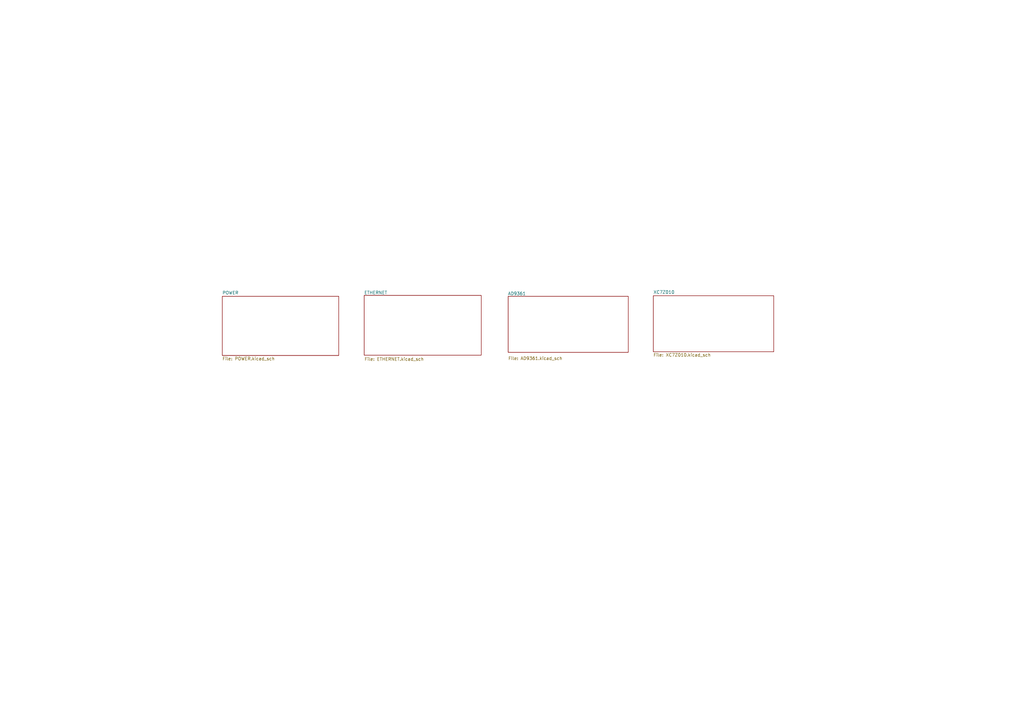
<source format=kicad_sch>
(kicad_sch (version 20230121) (generator eeschema)
  (paper "A3")
  (lib_symbols)
  (sheet (at 208.407 121.539) (size 49.276 22.987) (stroke (width 0.1524))
    (property "Sheetname" "AD9361" (at 208.28 121.158 0) (effects (justify left bottom)))
    (property "Sheetfile" "AD9361.kicad_sch" (at 208.407 146.2536 0) (effects (justify left top)))
  )
  (sheet (at 267.97 121.285) (size 49.403 22.987) (stroke (width 0.1524))
    (property "Sheetname" "XC7Z010" (at 267.97 120.5734 0) (effects (justify left bottom)))
    (property "Sheetfile" "XC7Z010.kicad_sch" (at 267.97 144.8566 0) (effects (justify left top)))
  )
  (sheet (at 149.352 121.158) (size 48.006 24.511) (stroke (width 0.1524))
    (property "Sheetname" "ETHERNET" (at 149.352 120.777 0) (effects (justify left bottom)))
    (property "Sheetfile" "ETHERNET.kicad_sch" (at 149.479 146.558 0) (effects (justify left top)))
  )
  (sheet (at 91.186 121.539) (size 47.752 24.257) (stroke (width 0.1524))
    (property "Sheetname" "POWER" (at 91.186 120.8274 0) (effects (justify left bottom)))
    (property "Sheetfile" "POWER.kicad_sch" (at 91.186 146.3806 0) (effects (justify left top)))
  )
)
</source>
